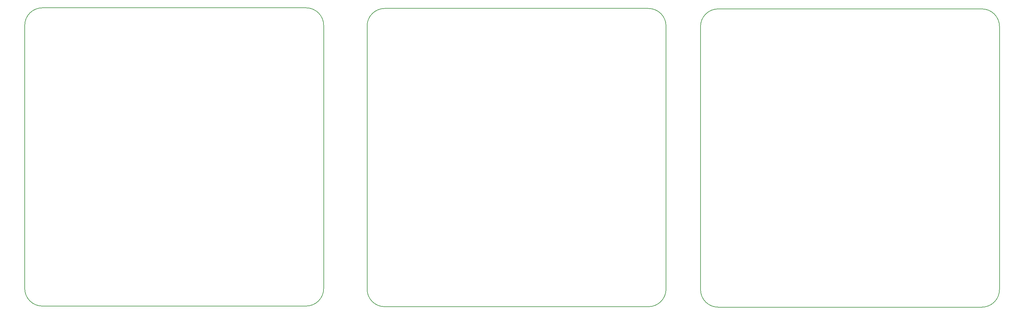
<source format=gbr>
%TF.GenerationSoftware,KiCad,Pcbnew,8.0.4*%
%TF.CreationDate,2025-01-14T19:01:53-06:00*%
%TF.ProjectId,DynaControllersquare,44796e61-436f-46e7-9472-6f6c6c657273,rev?*%
%TF.SameCoordinates,Original*%
%TF.FileFunction,Profile,NP*%
%FSLAX46Y46*%
G04 Gerber Fmt 4.6, Leading zero omitted, Abs format (unit mm)*
G04 Created by KiCad (PCBNEW 8.0.4) date 2025-01-14 19:01:53*
%MOMM*%
%LPD*%
G01*
G04 APERTURE LIST*
%TA.AperFunction,Profile*%
%ADD10C,0.200000*%
%TD*%
G04 APERTURE END LIST*
D10*
X59950000Y-139125000D02*
G75*
G02*
X54950000Y-134125000I0J5000000D01*
G01*
X135000000Y-54075000D02*
G75*
G02*
X140000000Y-59075000I0J-5000000D01*
G01*
X135000000Y-139125000D02*
X59950000Y-139125000D01*
X59950000Y-54075000D02*
X135000000Y-54075000D01*
X140000000Y-59075000D02*
X140000000Y-134125000D01*
X140000000Y-134125000D02*
G75*
G02*
X135000000Y-139125000I-5000000J0D01*
G01*
X54950000Y-134125000D02*
X54950000Y-59075000D01*
X54950000Y-59075000D02*
G75*
G02*
X59950000Y-54075000I5000000J0D01*
G01*
X237403110Y-59254054D02*
X237403110Y-134304054D01*
X152353110Y-134304054D02*
X152353110Y-59254054D01*
X157353110Y-139304054D02*
G75*
G02*
X152353146Y-134304054I-10J4999954D01*
G01*
X152353110Y-59254054D02*
G75*
G02*
X157353110Y-54254050I5000000J4D01*
G01*
X232403110Y-54254054D02*
G75*
G02*
X237403146Y-59254054I-10J-5000046D01*
G01*
X157353110Y-54254054D02*
X232403110Y-54254054D01*
X237403110Y-134304054D02*
G75*
G02*
X232403110Y-139304110I-5000010J-46D01*
G01*
X232403110Y-139304054D02*
X157353110Y-139304054D01*
X332269946Y-59385246D02*
X332269946Y-134435246D01*
X327269946Y-139435246D02*
X252219946Y-139435246D01*
X247219946Y-134435246D02*
X247219946Y-59385246D01*
X327269946Y-54385246D02*
G75*
G02*
X332269954Y-59385246I54J-4999954D01*
G01*
X252219946Y-139435246D02*
G75*
G02*
X247219944Y-134435246I14J5000016D01*
G01*
X252219946Y-54385246D02*
X327269946Y-54385246D01*
X247219946Y-59385246D02*
G75*
G02*
X252219946Y-54385246I4999994J6D01*
G01*
X332269946Y-134435246D02*
G75*
G02*
X327269946Y-139435246I-4999916J-84D01*
G01*
M02*

</source>
